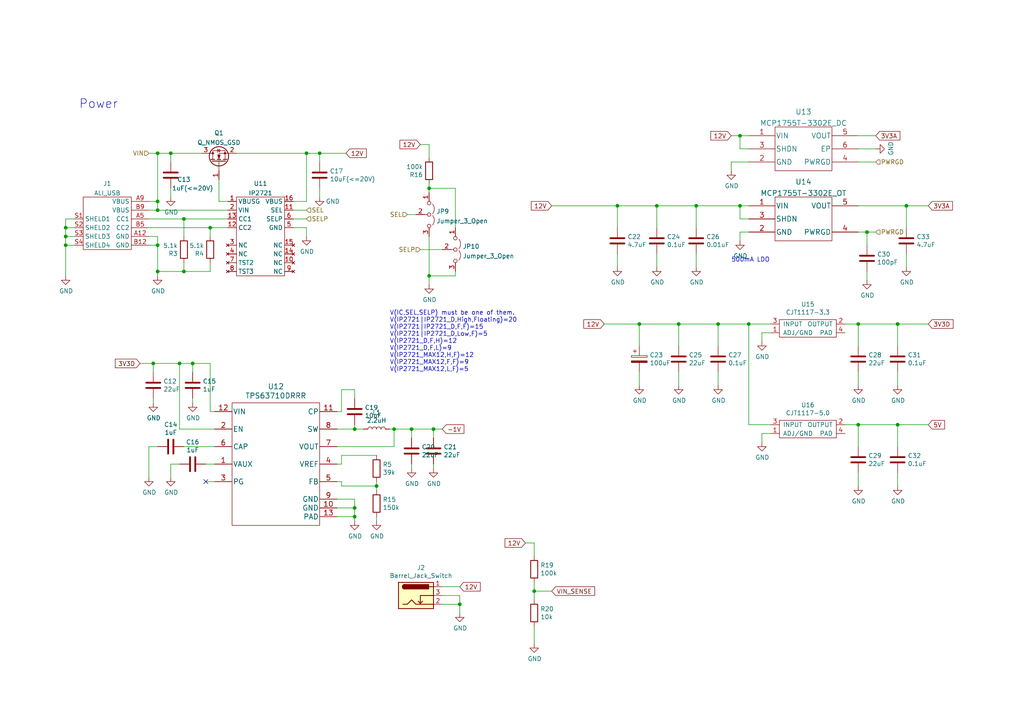
<source format=kicad_sch>
(kicad_sch (version 20211123) (generator eeschema)
  (paper "A4")
  (lib_symbols
    (symbol "Connector:Barrel_Jack_Switch" (pin_names hide)
      (property "Reference" "J" (at 0 5.334 0))
      (property "Value" "Barrel_Jack_Switch" (at 0 -5.08 0))
      (symbol "Barrel_Jack_Switch_0_1"
        (rectangle (start -5.08 3.81) (end 5.08 -3.81) (stroke (width 0.254)) (fill (type background)))
        (arc (start -3.302 3.175) (mid -3.937 2.54) (end -3.302 1.905) (stroke (width 0.254)))
        (arc (start -3.302 3.175) (mid -3.937 2.54) (end -3.302 1.905) (stroke (width 0.254)) (fill (type outline)))
        (polyline (pts (xy 1.27 -2.286) (xy 1.905 -1.651)) (stroke (width 0.254)))
        (polyline (pts (xy 5.08 2.54) (xy 3.81 2.54)) (stroke (width 0.254)))
        (polyline (pts (xy 5.08 0) (xy 1.27 0) (xy 1.27 -2.286) (xy 0.635 -1.651)) (stroke (width 0.254)))
        (polyline (pts (xy -3.81 -2.54) (xy -2.54 -2.54) (xy -1.27 -1.27) (xy 0 -2.54) (xy 2.54 -2.54) (xy 5.08 -2.54)) (stroke (width 0.254)))
        (rectangle (start 3.683 3.175) (end -3.302 1.905) (stroke (width 0.254)) (fill (type outline)))
      )
      (symbol "Barrel_Jack_Switch_1_1"
        (pin passive line (at 7.62 2.54 180) (length 2.54) (name "~") (number "1"))
        (pin passive line (at 7.62 -2.54 180) (length 2.54) (name "~") (number "2"))
        (pin passive line (at 7.62 0 180) (length 2.54) (name "~") (number "3"))
      )
    )
    (symbol "Device:C" (pin_numbers hide) (pin_names (offset 0.254))
      (property "Reference" "C" (at 0.635 2.54 0))
      (property "Value" "C" (at 0.635 -2.54 0))
      (symbol "C_0_1"
        (polyline (pts (xy -2.032 -0.762) (xy 2.032 -0.762)) (stroke (width 0.508)))
        (polyline (pts (xy -2.032 0.762) (xy 2.032 0.762)) (stroke (width 0.508)))
      )
      (symbol "C_1_1"
        (pin passive line (at 0 3.81 270) (length 2.794) (name "~") (number "1"))
        (pin passive line (at 0 -3.81 90) (length 2.794) (name "~") (number "2"))
      )
    )
    (symbol "Device:CP" (pin_numbers hide) (pin_names (offset 0.254))
      (property "Reference" "C" (at 0.635 2.54 0))
      (property "Value" "Device_CP" (at 0.635 -2.54 0))
      (symbol "CP_0_1"
        (rectangle (start -2.286 0.508) (end 2.286 1.016))
        (polyline (pts (xy -1.778 2.286) (xy -0.762 2.286)))
        (polyline (pts (xy -1.27 2.794) (xy -1.27 1.778)))
        (rectangle (start 2.286 -0.508) (end -2.286 -1.016) (fill (type outline)))
      )
      (symbol "CP_1_1"
        (pin passive line (at 0 3.81 270) (length 2.794) (name "~") (number "1"))
        (pin passive line (at 0 -3.81 90) (length 2.794) (name "~") (number "2"))
      )
    )
    (symbol "Device:L" (pin_numbers hide) (pin_names (offset 1.016) hide)
      (property "Reference" "L" (at -1.27 0 90))
      (property "Value" "L" (at 1.905 0 90))
      (symbol "L_0_1"
        (arc (start 0 -2.54) (mid 0.635 -1.905) (end 0 -1.27))
        (arc (start 0 -1.27) (mid 0.635 -0.635) (end 0 0))
        (arc (start 0 0) (mid 0.635 0.635) (end 0 1.27))
        (arc (start 0 1.27) (mid 0.635 1.905) (end 0 2.54))
      )
      (symbol "L_1_1"
        (pin passive line (at 0 3.81 270) (length 1.27) (name "1") (number "1"))
        (pin passive line (at 0 -3.81 90) (length 1.27) (name "2") (number "2"))
      )
    )
    (symbol "Device:Q_NMOS_GSD" (pin_names (offset 0) hide)
      (property "Reference" "Q" (at 5.08 1.27 0))
      (property "Value" "Q_NMOS_GSD" (at 5.08 -1.27 0))
      (symbol "Q_NMOS_GSD_0_1"
        (polyline (pts (xy 0.254 0) (xy -2.54 0)))
        (polyline (pts (xy 0.254 1.905) (xy 0.254 -1.905)) (stroke (width 0.254)))
        (polyline (pts (xy 0.762 -1.27) (xy 0.762 -2.286)) (stroke (width 0.254)))
        (polyline (pts (xy 0.762 0.508) (xy 0.762 -0.508)) (stroke (width 0.254)))
        (polyline (pts (xy 0.762 2.286) (xy 0.762 1.27)) (stroke (width 0.254)))
        (polyline (pts (xy 2.54 2.54) (xy 2.54 1.778)))
        (polyline (pts (xy 2.54 -2.54) (xy 2.54 0) (xy 0.762 0)))
        (polyline (pts (xy 0.762 -1.778) (xy 3.302 -1.778) (xy 3.302 1.778) (xy 0.762 1.778)))
        (polyline (pts (xy 1.016 0) (xy 2.032 0.381) (xy 2.032 -0.381) (xy 1.016 0)) (fill (type outline)))
        (polyline (pts (xy 2.794 0.508) (xy 2.921 0.381) (xy 3.683 0.381) (xy 3.81 0.254)))
        (polyline (pts (xy 3.302 0.381) (xy 2.921 -0.254) (xy 3.683 -0.254) (xy 3.302 0.381)))
        (circle (center 1.651 0) (radius 2.794) (stroke (width 0.254)))
        (circle (center 2.54 -1.778) (radius 0.254) (fill (type outline)))
        (circle (center 2.54 1.778) (radius 0.254) (fill (type outline)))
      )
      (symbol "Q_NMOS_GSD_1_1"
        (pin input line (at -5.08 0 0) (length 2.54) (name "G") (number "1"))
        (pin passive line (at 2.54 -5.08 90) (length 2.54) (name "S") (number "2"))
        (pin passive line (at 2.54 5.08 270) (length 2.54) (name "D") (number "3"))
      )
    )
    (symbol "Device:R" (pin_numbers hide) (pin_names (offset 0))
      (property "Reference" "R" (at 2.032 0 90))
      (property "Value" "R" (at 0 0 90))
      (symbol "R_0_1"
        (rectangle (start -1.016 -2.54) (end 1.016 2.54) (stroke (width 0.254)))
      )
      (symbol "R_1_1"
        (pin passive line (at 0 3.81 270) (length 1.27) (name "~") (number "1"))
        (pin passive line (at 0 -3.81 90) (length 1.27) (name "~") (number "2"))
      )
    )
    (symbol "Jumper:Jumper_3_Open" (pin_names (offset 0) hide)
      (property "Reference" "JP" (at -2.54 -2.54 0))
      (property "Value" "Jumper_3_Open" (at 0 2.794 0))
      (symbol "Jumper_3_Open_0_0"
        (circle (center -3.302 0) (radius 0.508))
        (circle (center 0 0) (radius 0.508))
        (circle (center 3.302 0) (radius 0.508))
      )
      (symbol "Jumper_3_Open_0_1"
        (arc (start -0.254 1.016) (mid -1.651 1.4992) (end -3.048 1.016))
        (polyline (pts (xy 0 -0.508) (xy 0 -1.27)))
        (arc (start 3.048 1.016) (mid 1.651 1.4992) (end 0.254 1.016))
      )
      (symbol "Jumper_3_Open_1_1"
        (pin passive line (at -6.35 0 0) (length 2.54) (name "A") (number "1"))
        (pin input line (at 0 -3.81 90) (length 2.54) (name "C") (number "2"))
        (pin passive line (at 6.35 0 180) (length 2.54) (name "B") (number "3"))
      )
    )
    (symbol "Ninja-qPCR:ALI_USB"
      (property "Reference" "J" (at -7.62 2.54 0))
      (property "Value" "ALI_USB" (at -6.35 -15.24 0))
      (symbol "ALI_USB_0_1"
        (rectangle (start 0 1.27) (end -13.97 -13.97) (stroke (width 0.1524)))
      )
      (symbol "ALI_USB_1_1"
        (pin input line (at 5.08 -10.16 180) (length 5.08) (name "GND") (number "A12"))
        (pin input line (at 5.08 -5.08 180) (length 5.08) (name "CC1") (number "A5"))
        (pin input line (at 5.08 0 180) (length 5.08) (name "VBUS") (number "A9"))
        (pin input line (at 5.08 -12.7 180) (length 5.08) (name "GND") (number "B12"))
        (pin input line (at 5.08 -7.62 180) (length 5.08) (name "CC2") (number "B5"))
        (pin input line (at 5.08 -2.54 180) (length 5.08) (name "VBUS") (number "B9"))
        (pin input line (at -16.51 -5.08 0) (length 2.54) (name "SHELD1") (number "S1"))
        (pin input line (at -16.51 -7.62 0) (length 2.54) (name "SHELD2") (number "S2"))
        (pin input line (at -16.51 -10.16 0) (length 2.54) (name "SHELD3") (number "S3"))
        (pin input line (at -16.51 -12.7 0) (length 2.54) (name "SHELD4") (number "S4"))
      )
    )
    (symbol "Ninja-qPCR:CJT1117-3.3" (pin_names (offset 1.016))
      (property "Reference" "U" (at 0 1.27 0))
      (property "Value" "Ninja-qPCR_CJT1117-3.3" (at 0 -6.35 0))
      (symbol "CJT1117-3.3_0_1"
        (rectangle (start -7.62 0) (end 8.89 -5.08))
      )
      (symbol "CJT1117-3.3_1_1"
        (pin passive line (at -10.16 -3.81 0) (length 2.54) (name "ADJ/GND") (number "1"))
        (pin output line (at 11.43 -1.27 180) (length 2.54) (name "OUTPUT") (number "2"))
        (pin input line (at -10.16 -1.27 0) (length 2.54) (name "INPUT") (number "3"))
        (pin output line (at 11.43 -3.81 180) (length 2.54) (name "PAD") (number "4"))
      )
    )
    (symbol "Ninja-qPCR:IP2721"
      (property "Reference" "U" (at 0 2.54 0))
      (property "Value" "IP2721" (at 0 -22.86 0))
      (symbol "IP2721_0_1"
        (rectangle (start -7.62 1.27) (end 6.35 -21.59) (stroke (width 0.1524)))
      )
      (symbol "IP2721_1_1"
        (pin output line (at -10.16 0 0) (length 2.54) (name "VBUSG") (number "1"))
        (pin no_connect line (at 8.89 -17.78 180) (length 2.54) (name "NC") (number "10"))
        (pin input line (at 8.89 -2.54 180) (length 2.54) (name "SEL") (number "11"))
        (pin input line (at -10.16 -7.62 0) (length 2.54) (name "CC2") (number "12"))
        (pin input line (at -10.16 -5.08 0) (length 2.54) (name "CC1") (number "13"))
        (pin no_connect line (at 8.89 -15.24 180) (length 2.54) (name "NC") (number "14"))
        (pin no_connect line (at 8.89 -12.7 180) (length 2.54) (name "NC") (number "15"))
        (pin input line (at 8.89 0 180) (length 2.54) (name "VBUS") (number "16"))
        (pin power_in line (at -10.16 -2.54 0) (length 2.54) (name "VIN") (number "2"))
        (pin no_connect line (at -10.16 -12.7 0) (length 2.54) (name "NC") (number "3"))
        (pin no_connect line (at -10.16 -15.24 0) (length 2.54) (name "NC") (number "4"))
        (pin power_out line (at 8.89 -7.62 180) (length 2.54) (name "GND") (number "5"))
        (pin input line (at 8.89 -5.08 180) (length 2.54) (name "SELP") (number "6"))
        (pin no_connect line (at -10.16 -17.78 0) (length 2.54) (name "TST2") (number "7"))
        (pin no_connect line (at -10.16 -20.32 0) (length 2.54) (name "TST3") (number "8"))
        (pin no_connect line (at 8.89 -20.32 180) (length 2.54) (name "NC") (number "9"))
      )
    )
    (symbol "Ninja-qPCR:MCP1755T-3302E_DC" (pin_names (offset 0.254))
      (property "Reference" "U" (at 16.51 8.89 0))
      (property "Value" "MCP1755T-3302E_DC" (at 16.51 6.35 0))
      (symbol "MCP1755T-3302E_DC_1_1"
        (rectangle (start 7.62 2.54) (end 24.13 -10.16))
        (pin power_in line (at 0 0 0) (length 7.62) (name "VIN") (number "1"))
        (pin power_in line (at 0 -7.62 0) (length 7.62) (name "GND") (number "2"))
        (pin input line (at 0 -3.81 0) (length 7.62) (name "SHDN") (number "3"))
        (pin output line (at 31.75 -7.62 180) (length 7.62) (name "PWRGD") (number "4"))
        (pin output line (at 31.75 0 180) (length 7.62) (name "VOUT") (number "5"))
        (pin output line (at 31.75 -3.81 180) (length 7.62) (name "EP") (number "6"))
      )
    )
    (symbol "Ninja-qPCR:MCP1755T-3302E_OT" (pin_names (offset 0.254))
      (property "Reference" "U" (at 16.51 8.89 0))
      (property "Value" "MCP1755T-3302E_OT" (at 16.51 6.35 0))
      (symbol "MCP1755T-3302E_OT_1_1"
        (rectangle (start 7.62 2.54) (end 24.13 -10.16))
        (pin power_in line (at 0 0 0) (length 7.62) (name "VIN") (number "1"))
        (pin power_in line (at 0 -7.62 0) (length 7.62) (name "GND") (number "2"))
        (pin input line (at 0 -3.81 0) (length 7.62) (name "SHDN") (number "3"))
        (pin output line (at 31.75 -7.62 180) (length 7.62) (name "PWRGD") (number "4"))
        (pin output line (at 31.75 0 180) (length 7.62) (name "VOUT") (number "5"))
      )
    )
    (symbol "Ninja-qPCR:TPS63710DRRR" (pin_names (offset 0.254))
      (property "Reference" "U" (at 0 13.97 0))
      (property "Value" "Ninja-qPCR_TPS63710DRRR" (at 0 -24.13 0))
      (symbol "TPS63710DRRR_1_1"
        (rectangle (start -12.7 12.7) (end 12.7 -22.86))
        (pin input line (at -17.78 -5.08 0) (length 5.08) (name "VAUX") (number "1"))
        (pin power_in line (at 17.78 -17.78 180) (length 5.08) (name "GND") (number "10"))
        (pin unspecified line (at 17.78 10.16 180) (length 5.08) (name "CP") (number "11"))
        (pin power_in line (at -17.78 10.16 0) (length 5.08) (name "VIN") (number "12"))
        (pin power_in line (at 17.78 -20.32 180) (length 5.08) (name "PAD") (number "13"))
        (pin input line (at -17.78 5.08 0) (length 5.08) (name "EN") (number "2"))
        (pin open_collector line (at -17.78 -10.16 0) (length 5.08) (name "PG") (number "3"))
        (pin output line (at 17.78 -5.08 180) (length 5.08) (name "VREF") (number "4"))
        (pin input line (at 17.78 -10.16 180) (length 5.08) (name "FB") (number "5"))
        (pin unspecified line (at -17.78 0 0) (length 5.08) (name "CAP") (number "6"))
        (pin input line (at 17.78 0 180) (length 5.08) (name "VOUT") (number "7"))
        (pin power_in line (at 17.78 5.08 180) (length 5.08) (name "SW") (number "8"))
        (pin power_in line (at 17.78 -15.24 180) (length 5.08) (name "GND") (number "9"))
      )
    )
    (symbol "power:GND" (power) (pin_names (offset 0))
      (property "Value" "GND" (at 0 -3.81 0))
      (symbol "GND_0_1"
        (polyline (pts (xy 0 0) (xy 0 -1.27) (xy 1.27 -1.27) (xy 0 -2.54) (xy -1.27 -1.27) (xy 0 -1.27)))
      )
      (symbol "GND_1_1"
        (pin power_in line (at 0 0 270) (length 0) hide (name "GND") (number "1"))
      )
    )
  )
  (junction (at 114.3 124.46))
  (junction (at 53.34 63.5))
  (junction (at 102.87 147.32))
  (junction (at 19.05 66.04))
  (junction (at 102.87 149.86))
  (junction (at 109.22 140.97))
  (junction (at 45.72 58.42))
  (junction (at 260.35 93.98))
  (junction (at 196.85 93.98))
  (junction (at 92.71 44.45))
  (junction (at 248.92 93.98))
  (junction (at 45.72 60.96))
  (junction (at 44.45 105.41))
  (junction (at 185.42 93.98))
  (junction (at 260.35 123.19))
  (junction (at 49.53 44.45))
  (junction (at 125.73 124.46))
  (junction (at 201.93 59.69))
  (junction (at 52.07 105.41))
  (junction (at 262.89 59.69))
  (junction (at 124.46 54.61))
  (junction (at 88.9 44.45))
  (junction (at 133.35 175.26))
  (junction (at 214.63 39.37))
  (junction (at 55.88 105.41))
  (junction (at 45.72 78.74))
  (junction (at 208.28 93.98))
  (junction (at 102.87 124.46))
  (junction (at 190.5 59.69))
  (junction (at 119.38 124.46))
  (junction (at 60.96 66.04))
  (junction (at 124.46 80.01))
  (junction (at 19.05 71.12))
  (junction (at 248.92 123.19))
  (junction (at 214.63 59.69))
  (junction (at 154.94 171.45))
  (junction (at 19.05 68.58))
  (junction (at 217.17 93.98))
  (junction (at 45.72 71.12))
  (junction (at 45.72 44.45))
  (junction (at 251.46 67.31))
  (junction (at 179.07 59.69))
  (junction (at 53.34 78.74))
  (no_connect (at 59.69 139.7))
  (wire (pts (xy 66.04 58.42) (xy 63.5 58.42)))
  (wire (pts (xy 118.11 62.23) (xy 120.65 62.23)))
  (wire (pts (xy 248.92 39.37) (xy 254 39.37)))
  (wire (pts (xy 179.07 59.69) (xy 179.07 66.04)))
  (wire (pts (xy 248.92 43.18) (xy 254 43.18)))
  (wire (pts (xy 190.5 73.66) (xy 190.5 77.47)))
  (wire (pts (xy 44.45 116.84) (xy 44.45 115.57)))
  (wire (pts (xy 125.73 124.46) (xy 128.27 124.46)))
  (wire (pts (xy 132.08 54.61) (xy 132.08 66.04)))
  (wire (pts (xy 248.92 123.19) (xy 245.11 123.19)))
  (wire (pts (xy 59.69 139.7) (xy 62.23 139.7)))
  (wire (pts (xy 97.79 119.38) (xy 99.06 119.38)))
  (wire (pts (xy 45.72 78.74) (xy 45.72 80.01)))
  (wire (pts (xy 49.53 54.61) (xy 49.53 57.15)))
  (wire (pts (xy 154.94 157.48) (xy 154.94 161.29)))
  (wire (pts (xy 62.23 119.38) (xy 60.96 119.38)))
  (wire (pts (xy 45.72 68.58) (xy 45.72 71.12)))
  (wire (pts (xy 114.3 124.46) (xy 119.38 124.46)))
  (wire (pts (xy 217.17 43.18) (xy 214.63 43.18)))
  (wire (pts (xy 260.35 107.95) (xy 260.35 111.76)))
  (wire (pts (xy 152.4 157.48) (xy 154.94 157.48)))
  (wire (pts (xy 85.09 66.04) (xy 88.9 66.04)))
  (wire (pts (xy 88.9 66.04) (xy 88.9 68.58)))
  (wire (pts (xy 45.72 71.12) (xy 45.72 78.74)))
  (wire (pts (xy 105.41 124.46) (xy 102.87 124.46)))
  (wire (pts (xy 201.93 73.66) (xy 201.93 77.47)))
  (wire (pts (xy 119.38 127) (xy 119.38 124.46)))
  (wire (pts (xy 190.5 59.69) (xy 201.93 59.69)))
  (wire (pts (xy 248.92 46.99) (xy 254 46.99)))
  (wire (pts (xy 251.46 67.31) (xy 254 67.31)))
  (wire (pts (xy 52.07 124.46) (xy 52.07 105.41)))
  (wire (pts (xy 217.17 63.5) (xy 214.63 63.5)))
  (wire (pts (xy 214.63 39.37) (xy 214.63 43.18)))
  (wire (pts (xy 102.87 124.46) (xy 97.79 124.46)))
  (wire (pts (xy 68.58 44.45) (xy 88.9 44.45)))
  (wire (pts (xy 185.42 93.98) (xy 185.42 100.33)))
  (wire (pts (xy 19.05 66.04) (xy 19.05 68.58)))
  (wire (pts (xy 220.98 125.73) (xy 220.98 128.27)))
  (wire (pts (xy 124.46 68.58) (xy 124.46 80.01)))
  (wire (pts (xy 217.17 67.31) (xy 214.63 67.31)))
  (wire (pts (xy 248.92 93.98) (xy 245.11 93.98)))
  (wire (pts (xy 260.35 137.16) (xy 260.35 140.97)))
  (wire (pts (xy 109.22 132.08) (xy 99.06 132.08)))
  (wire (pts (xy 45.72 60.96) (xy 66.04 60.96)))
  (wire (pts (xy 99.06 139.7) (xy 99.06 140.97)))
  (wire (pts (xy 119.38 135.89) (xy 119.38 134.62)))
  (wire (pts (xy 196.85 93.98) (xy 208.28 93.98)))
  (wire (pts (xy 214.63 39.37) (xy 217.17 39.37)))
  (wire (pts (xy 102.87 147.32) (xy 102.87 144.78)))
  (wire (pts (xy 125.73 135.89) (xy 125.73 134.62)))
  (wire (pts (xy 99.06 113.03) (xy 102.87 113.03)))
  (wire (pts (xy 43.18 129.54) (xy 45.72 129.54)))
  (wire (pts (xy 55.88 105.41) (xy 52.07 105.41)))
  (wire (pts (xy 124.46 54.61) (xy 124.46 55.88)))
  (wire (pts (xy 97.79 139.7) (xy 99.06 139.7)))
  (wire (pts (xy 124.46 53.34) (xy 124.46 54.61)))
  (wire (pts (xy 85.09 60.96) (xy 88.9 60.96)))
  (wire (pts (xy 214.63 67.31) (xy 214.63 69.85)))
  (wire (pts (xy 251.46 67.31) (xy 251.46 71.12)))
  (wire (pts (xy 43.18 71.12) (xy 45.72 71.12)))
  (wire (pts (xy 60.96 76.2) (xy 60.96 78.74)))
  (wire (pts (xy 217.17 46.99) (xy 212.09 46.99)))
  (wire (pts (xy 60.96 105.41) (xy 55.88 105.41)))
  (wire (pts (xy 53.34 76.2) (xy 53.34 78.74)))
  (wire (pts (xy 208.28 93.98) (xy 217.17 93.98)))
  (wire (pts (xy 99.06 132.08) (xy 99.06 134.62)))
  (wire (pts (xy 248.92 67.31) (xy 251.46 67.31)))
  (wire (pts (xy 53.34 78.74) (xy 60.96 78.74)))
  (wire (pts (xy 262.89 73.66) (xy 262.89 77.47)))
  (wire (pts (xy 113.03 124.46) (xy 114.3 124.46)))
  (wire (pts (xy 102.87 123.19) (xy 102.87 124.46)))
  (wire (pts (xy 128.27 170.18) (xy 133.35 170.18)))
  (wire (pts (xy 160.02 59.69) (xy 179.07 59.69)))
  (wire (pts (xy 19.05 68.58) (xy 21.59 68.58)))
  (wire (pts (xy 154.94 171.45) (xy 160.02 171.45)))
  (wire (pts (xy 114.3 124.46) (xy 114.3 129.54)))
  (wire (pts (xy 248.92 107.95) (xy 248.92 111.76)))
  (wire (pts (xy 154.94 171.45) (xy 154.94 173.99)))
  (wire (pts (xy 109.22 151.13) (xy 109.22 149.86)))
  (wire (pts (xy 45.72 58.42) (xy 45.72 44.45)))
  (wire (pts (xy 85.09 63.5) (xy 88.9 63.5)))
  (wire (pts (xy 217.17 93.98) (xy 217.17 123.19)))
  (wire (pts (xy 43.18 58.42) (xy 45.72 58.42)))
  (wire (pts (xy 269.24 59.69) (xy 262.89 59.69)))
  (wire (pts (xy 99.06 140.97) (xy 109.22 140.97)))
  (wire (pts (xy 133.35 172.72) (xy 133.35 175.26)))
  (wire (pts (xy 60.96 66.04) (xy 66.04 66.04)))
  (wire (pts (xy 179.07 73.66) (xy 179.07 77.47)))
  (wire (pts (xy 185.42 93.98) (xy 196.85 93.98)))
  (wire (pts (xy 62.23 134.62) (xy 59.69 134.62)))
  (wire (pts (xy 132.08 78.74) (xy 132.08 80.01)))
  (wire (pts (xy 99.06 134.62) (xy 97.79 134.62)))
  (wire (pts (xy 109.22 140.97) (xy 109.22 142.24)))
  (wire (pts (xy 55.88 116.84) (xy 55.88 115.57)))
  (wire (pts (xy 217.17 59.69) (xy 214.63 59.69)))
  (wire (pts (xy 260.35 123.19) (xy 269.24 123.19)))
  (wire (pts (xy 43.18 60.96) (xy 45.72 60.96)))
  (wire (pts (xy 99.06 119.38) (xy 99.06 113.03)))
  (wire (pts (xy 260.35 123.19) (xy 248.92 123.19)))
  (wire (pts (xy 214.63 59.69) (xy 214.63 63.5)))
  (wire (pts (xy 49.53 44.45) (xy 49.53 46.99)))
  (wire (pts (xy 124.46 41.91) (xy 124.46 45.72)))
  (wire (pts (xy 45.72 78.74) (xy 53.34 78.74)))
  (wire (pts (xy 223.52 96.52) (xy 220.98 96.52)))
  (wire (pts (xy 260.35 93.98) (xy 260.35 100.33)))
  (wire (pts (xy 53.34 63.5) (xy 53.34 68.58)))
  (wire (pts (xy 248.92 93.98) (xy 248.92 100.33)))
  (wire (pts (xy 262.89 59.69) (xy 262.89 66.04)))
  (wire (pts (xy 248.92 123.19) (xy 248.92 129.54)))
  (wire (pts (xy 19.05 63.5) (xy 19.05 66.04)))
  (wire (pts (xy 190.5 59.69) (xy 190.5 66.04)))
  (wire (pts (xy 60.96 66.04) (xy 60.96 68.58)))
  (wire (pts (xy 260.35 123.19) (xy 260.35 129.54)))
  (wire (pts (xy 121.92 72.39) (xy 128.27 72.39)))
  (wire (pts (xy 55.88 107.95) (xy 55.88 105.41)))
  (wire (pts (xy 260.35 93.98) (xy 248.92 93.98)))
  (wire (pts (xy 88.9 44.45) (xy 92.71 44.45)))
  (wire (pts (xy 43.18 68.58) (xy 45.72 68.58)))
  (wire (pts (xy 248.92 59.69) (xy 262.89 59.69)))
  (wire (pts (xy 212.09 39.37) (xy 214.63 39.37)))
  (wire (pts (xy 43.18 138.43) (xy 43.18 129.54)))
  (wire (pts (xy 92.71 54.61) (xy 92.71 57.15)))
  (wire (pts (xy 201.93 59.69) (xy 214.63 59.69)))
  (wire (pts (xy 102.87 151.13) (xy 102.87 149.86)))
  (wire (pts (xy 201.93 59.69) (xy 201.93 66.04)))
  (wire (pts (xy 260.35 93.98) (xy 269.24 93.98)))
  (wire (pts (xy 109.22 139.7) (xy 109.22 140.97)))
  (wire (pts (xy 125.73 127) (xy 125.73 124.46)))
  (wire (pts (xy 88.9 44.45) (xy 88.9 58.42)))
  (wire (pts (xy 196.85 93.98) (xy 196.85 100.33)))
  (wire (pts (xy 49.53 134.62) (xy 49.53 138.43)))
  (wire (pts (xy 119.38 124.46) (xy 125.73 124.46)))
  (wire (pts (xy 251.46 78.74) (xy 251.46 81.28)))
  (wire (pts (xy 53.34 63.5) (xy 66.04 63.5)))
  (wire (pts (xy 43.18 63.5) (xy 53.34 63.5)))
  (wire (pts (xy 179.07 59.69) (xy 190.5 59.69)))
  (wire (pts (xy 124.46 80.01) (xy 124.46 82.55)))
  (wire (pts (xy 121.92 41.91) (xy 124.46 41.91)))
  (wire (pts (xy 114.3 129.54) (xy 97.79 129.54)))
  (wire (pts (xy 223.52 125.73) (xy 220.98 125.73)))
  (wire (pts (xy 45.72 60.96) (xy 45.72 58.42)))
  (wire (pts (xy 208.28 107.95) (xy 208.28 111.76)))
  (wire (pts (xy 102.87 149.86) (xy 102.87 147.32)))
  (wire (pts (xy 220.98 96.52) (xy 220.98 99.06)))
  (wire (pts (xy 43.18 66.04) (xy 60.96 66.04)))
  (wire (pts (xy 49.53 44.45) (xy 58.42 44.45)))
  (wire (pts (xy 19.05 71.12) (xy 21.59 71.12)))
  (wire (pts (xy 43.18 44.45) (xy 45.72 44.45)))
  (wire (pts (xy 223.52 93.98) (xy 217.17 93.98)))
  (wire (pts (xy 208.28 93.98) (xy 208.28 100.33)))
  (wire (pts (xy 128.27 175.26) (xy 133.35 175.26)))
  (wire (pts (xy 102.87 144.78) (xy 97.79 144.78)))
  (wire (pts (xy 185.42 107.95) (xy 185.42 111.76)))
  (wire (pts (xy 124.46 54.61) (xy 132.08 54.61)))
  (wire (pts (xy 40.64 105.41) (xy 44.45 105.41)))
  (wire (pts (xy 21.59 63.5) (xy 19.05 63.5)))
  (wire (pts (xy 102.87 113.03) (xy 102.87 115.57)))
  (wire (pts (xy 60.96 119.38) (xy 60.96 105.41)))
  (wire (pts (xy 19.05 68.58) (xy 19.05 71.12)))
  (wire (pts (xy 175.26 93.98) (xy 185.42 93.98)))
  (wire (pts (xy 44.45 107.95) (xy 44.45 105.41)))
  (wire (pts (xy 52.07 134.62) (xy 49.53 134.62)))
  (wire (pts (xy 19.05 71.12) (xy 19.05 80.01)))
  (wire (pts (xy 196.85 107.95) (xy 196.85 111.76)))
  (wire (pts (xy 19.05 66.04) (xy 21.59 66.04)))
  (wire (pts (xy 97.79 149.86) (xy 102.87 149.86)))
  (wire (pts (xy 154.94 168.91) (xy 154.94 171.45)))
  (wire (pts (xy 97.79 147.32) (xy 102.87 147.32)))
  (wire (pts (xy 92.71 44.45) (xy 100.33 44.45)))
  (wire (pts (xy 45.72 44.45) (xy 49.53 44.45)))
  (wire (pts (xy 217.17 123.19) (xy 223.52 123.19)))
  (wire (pts (xy 53.34 129.54) (xy 62.23 129.54)))
  (wire (pts (xy 212.09 46.99) (xy 212.09 49.53)))
  (wire (pts (xy 52.07 105.41) (xy 44.45 105.41)))
  (wire (pts (xy 133.35 177.8) (xy 133.35 175.26)))
  (wire (pts (xy 128.27 172.72) (xy 133.35 172.72)))
  (wire (pts (xy 154.94 181.61) (xy 154.94 186.69)))
  (wire (pts (xy 63.5 58.42) (xy 63.5 52.07)))
  (wire (pts (xy 85.09 58.42) (xy 88.9 58.42)))
  (wire (pts (xy 62.23 124.46) (xy 52.07 124.46)))
  (wire (pts (xy 132.08 80.01) (xy 124.46 80.01)))
  (wire (pts (xy 92.71 44.45) (xy 92.71 46.99)))
  (wire (pts (xy 248.92 137.16) (xy 248.92 140.97)))
  (text "V(IC,SEL,SELP) must be one of them.\nV(IP2721|IP2721_D,High,Floating)=20\nV(IP2721|IP2721_D,F,F)=15\nV(IP2721|IP2721_D,Low,F)=5\nV(IP2721_D,F,H)=12\nV(IP2721_D,F,L)=9\nV(IP2721_MAX12,H,F)=12\nV(IP2721_MAX12,F,F)=9\nV(IP2721_MAX12,L,F)=5" (at 113.03 107.95 0) (effects (font (size 1.27 1.27)) (justify left bottom)))
  (text "Power" (at 22.86 31.75 0) (effects (font (size 2.54 2.54)) (justify left bottom)))
  (text "500mA LDO" (at 212.09 76.2 0) (effects (font (size 1.27 1.27)) (justify left bottom)))
  (global_label "3V3D" (shape input) (at 269.24 93.98 0) (property "Intersheet References" "${INTERSHEET_REFS}" (effects hide)))
  (global_label "-1V" (shape input) (at 128.27 124.46 0) (property "Intersheet References" "${INTERSHEET_REFS}" (effects hide)))
  (global_label "3V3D" (shape input) (at 40.64 105.41 180) (property "Intersheet References" "${INTERSHEET_REFS}" (effects hide)))
  (global_label "12V" (shape input) (at 100.33 44.45 0) (property "Intersheet References" "${INTERSHEET_REFS}" (effects hide)))
  (global_label "12V" (shape input) (at 212.09 39.37 180) (property "Intersheet References" "${INTERSHEET_REFS}" (effects hide)))
  (global_label "12V" (shape input) (at 152.4 157.48 180) (property "Intersheet References" "${INTERSHEET_REFS}" (effects hide)))
  (global_label "3V3A" (shape input) (at 254 39.37 0) (property "Intersheet References" "${INTERSHEET_REFS}" (effects hide)))
  (global_label "5V" (shape input) (at 269.24 123.19 0) (property "Intersheet References" "${INTERSHEET_REFS}" (effects hide)))
  (global_label "12V" (shape input) (at 133.35 170.18 0) (property "Intersheet References" "${INTERSHEET_REFS}" (effects hide)))
  (global_label "12V" (shape input) (at 175.26 93.98 180) (property "Intersheet References" "${INTERSHEET_REFS}" (effects hide)))
  (global_label "VIN_SENSE" (shape input) (at 160.02 171.45 0) (property "Intersheet References" "${INTERSHEET_REFS}" (effects hide)))
  (global_label "12V" (shape input) (at 160.02 59.69 180) (property "Intersheet References" "${INTERSHEET_REFS}" (effects hide)))
  (global_label "3V3A" (shape input) (at 269.24 59.69 0) (property "Intersheet References" "${INTERSHEET_REFS}" (effects hide)))
  (global_label "12V" (shape input) (at 121.92 41.91 180) (property "Intersheet References" "${INTERSHEET_REFS}" (effects hide)))
  (hierarchical_label "VIN" (shape input) (at 43.18 44.45 180))
  (hierarchical_label "SELP" (shape input) (at 88.9 63.5 0))
  (hierarchical_label "PWRGD" (shape input) (at 254 46.99 0))
  (hierarchical_label "SEL" (shape input) (at 88.9 60.96 0))
  (hierarchical_label "SEL" (shape input) (at 118.11 62.23 180))
  (hierarchical_label "PWRGD" (shape input) (at 254 67.31 0))
  (hierarchical_label "SELP" (shape input) (at 121.92 72.39 180))
  (symbol (lib_id "power:GND") (at 179.07 77.47 0) (unit 1)
    (property "Reference" "#PWR0122" (effects hide))
    (property "Value" "GND" (at 179.197 81.8642 0))
  )
  (symbol (lib_id "power:GND") (at 124.46 82.55 0) (unit 1)
    (property "Reference" "#PWR0131" (effects hide))
    (property "Value" "GND" (at 124.587 86.9442 0))
  )
  (symbol (lib_id "power:GND") (at 196.85 111.76 0) (unit 1)
    (property "Reference" "#PWR0136" (effects hide))
    (property "Value" "GND" (at 196.977 116.1542 0))
  )
  (symbol (lib_id "power:GND") (at 119.38 135.89 0) (unit 1)
    (property "Reference" "#PWR0106" (effects hide))
    (property "Value" "GND" (at 119.507 140.2842 0))
  )
  (symbol (lib_id "Device:C") (at 44.45 111.76 0) (unit 1)
    (property "Reference" "C12" (at 47.371 110.5916 0) (effects (justify left)))
    (property "Value" "22uF" (at 47.371 112.903 0) (effects (justify left)))
    (property "Footprint" "Capacitor_SMD:C_1210_3225Metric" (effects hide))
  )
  (symbol (lib_id "Device:R") (at 109.22 135.89 0) (unit 1)
    (property "Reference" "R5" (at 110.998 134.7216 0) (effects (justify left)))
    (property "Value" "39k" (at 110.998 137.033 0) (effects (justify left)))
    (property "Footprint" "Resistor_SMD:R_0603_1608Metric" (effects hide))
  )
  (symbol (lib_id "Device:C") (at 190.5 69.85 0) (unit 1)
    (property "Reference" "C24" (at 193.421 68.6816 0) (effects (justify left)))
    (property "Value" "0.1uF" (at 193.421 70.993 0) (effects (justify left)))
    (property "Footprint" "Capacitor_SMD:C_0603_1608Metric" (effects hide))
  )
  (symbol (lib_id "power:GND") (at 262.89 77.47 0) (unit 1)
    (property "Reference" "#PWR0128" (effects hide))
    (property "Value" "GND" (at 263.017 81.8642 0))
  )
  (symbol (lib_id "power:GND") (at 248.92 111.76 0) (unit 1)
    (property "Reference" "#PWR0123" (effects hide))
    (property "Value" "GND" (at 249.047 116.1542 0))
  )
  (symbol (lib_id "Ninja-qPCR:ALI_USB") (at 38.1 58.42 0) (unit 1)
    (property "Reference" "J1" (at 31.115 53.2343 0))
    (property "Value" "ALI_USB" (at 31.115 56.0094 0))
    (property "Footprint" "Ninja-qPCR:ALI_USB" (effects hide))
  )
  (symbol (lib_id "Device:C") (at 248.92 104.14 0) (unit 1)
    (property "Reference" "C28" (at 251.841 102.9716 0) (effects (justify left)))
    (property "Value" "22uF" (at 251.841 105.283 0) (effects (justify left)))
    (property "Footprint" "Capacitor_SMD:C_1210_3225Metric" (effects hide))
  )
  (symbol (lib_id "power:GND") (at 201.93 77.47 0) (unit 1)
    (property "Reference" "#PWR0118" (effects hide))
    (property "Value" "GND" (at 202.057 81.8642 0))
  )
  (symbol (lib_id "Device:C") (at 248.92 133.35 0) (unit 1)
    (property "Reference" "C29" (at 251.841 132.1816 0) (effects (justify left)))
    (property "Value" "22uF" (at 251.841 134.493 0) (effects (justify left)))
    (property "Footprint" "Capacitor_SMD:C_1210_3225Metric" (effects hide))
  )
  (symbol (lib_id "power:GND") (at 254 43.18 90) (unit 1)
    (property "Reference" "#PWR0127" (effects hide))
    (property "Value" "GND" (at 258.3942 43.053 0))
  )
  (symbol (lib_id "Device:C") (at 55.88 111.76 0) (unit 1)
    (property "Reference" "C15" (at 58.801 110.5916 0) (effects (justify left)))
    (property "Value" "1uF" (at 58.801 112.903 0) (effects (justify left)))
    (property "Footprint" "Capacitor_SMD:C_0603_1608Metric" (effects hide))
  )
  (symbol (lib_id "Jumper:Jumper_3_Open") (at 132.08 72.39 270) (unit 1)
    (property "Reference" "JP10" (at 134.2142 71.4815 90) (effects (justify left)))
    (property "Value" "Jumper_3_Open" (at 134.2142 74.2566 90) (effects (justify left)))
    (property "Footprint" "Jumper:SolderJumper-3_P2.0mm_Open_TrianglePad1.0x1.5mm" (effects hide))
  )
  (symbol (lib_id "Device:C") (at 49.53 50.8 0) (unit 1)
    (property "Reference" "C13" (at 53.34 52.07 0))
    (property "Value" "1uF(<=20V)" (at 55.88 54.61 0))
    (property "Footprint" "Capacitor_SMD:C_0603_1608Metric" (effects hide))
  )
  (symbol (lib_id "power:GND") (at 212.09 49.53 0) (unit 1)
    (property "Reference" "#PWR0120" (effects hide))
    (property "Value" "GND" (at 212.217 53.9242 0))
  )
  (symbol (lib_id "power:GND") (at 55.88 116.84 0) (unit 1)
    (property "Reference" "#PWR0114" (effects hide))
    (property "Value" "GND" (at 56.007 121.2342 0))
  )
  (symbol (lib_id "Device:C") (at 102.87 119.38 0) (unit 1)
    (property "Reference" "C19" (at 105.791 118.2116 0) (effects (justify left)))
    (property "Value" "10uF" (at 105.791 120.523 0) (effects (justify left)))
    (property "Footprint" "Capacitor_SMD:C_0805_2012Metric" (effects hide))
  )
  (symbol (lib_id "Device:C") (at 49.53 129.54 270) (unit 1)
    (property "Reference" "C14" (at 49.53 123.1392 90))
    (property "Value" "1uF" (at 49.53 125.4506 90))
    (property "Footprint" "Capacitor_SMD:C_0603_1608Metric" (effects hide))
  )
  (symbol (lib_id "Device:C") (at 262.89 69.85 0) (unit 1)
    (property "Reference" "C33" (at 265.811 68.6816 0) (effects (justify left)))
    (property "Value" "4.7uF" (at 265.811 70.993 0) (effects (justify left)))
    (property "Footprint" "Capacitor_SMD:C_0805_2012Metric" (effects hide))
  )
  (symbol (lib_id "Device:R") (at 109.22 146.05 0) (unit 1)
    (property "Reference" "R15" (at 110.998 144.8816 0) (effects (justify left)))
    (property "Value" "150k" (at 110.998 147.193 0) (effects (justify left)))
    (property "Footprint" "Resistor_SMD:R_0603_1608Metric" (effects hide))
  )
  (symbol (lib_id "power:GND") (at 88.9 68.58 0) (unit 1)
    (property "Reference" "#PWR0115" (effects hide))
    (property "Value" "GND" (at 89.027 72.9742 0))
  )
  (symbol (lib_id "Ninja-qPCR:MCP1755T-3302E_OT") (at 217.17 59.69 0) (unit 1)
    (property "Reference" "U14" (at 233.045 52.7461 0) (effects (font (size 1.524 1.524))))
    (property "Value" "MCP1755T-3302E_OT" (at 233.045 56.0251 0) (effects (font (size 1.524 1.524))))
    (property "Footprint" "Package_TO_SOT_SMD:SOT-23-5" (effects hide))
  )
  (symbol (lib_id "power:GND") (at 260.35 111.76 0) (unit 1)
    (property "Reference" "#PWR0124" (effects hide))
    (property "Value" "GND" (at 260.477 116.1542 0))
  )
  (symbol (lib_id "Device:C") (at 196.85 104.14 0) (unit 1)
    (property "Reference" "C25" (at 199.771 102.9716 0) (effects (justify left)))
    (property "Value" "22uF" (at 199.771 105.283 0) (effects (justify left)))
    (property "Footprint" "Capacitor_SMD:C_1210_3225Metric" (effects hide))
  )
  (symbol (lib_id "power:GND") (at 102.87 151.13 0) (unit 1)
    (property "Reference" "#PWR0107" (effects hide))
    (property "Value" "GND" (at 102.997 155.5242 0))
  )
  (symbol (lib_id "power:GND") (at 208.28 111.76 0) (unit 1)
    (property "Reference" "#PWR0134" (effects hide))
    (property "Value" "GND" (at 208.407 116.1542 0))
  )
  (symbol (lib_id "power:GND") (at 248.92 140.97 0) (unit 1)
    (property "Reference" "#PWR0125" (effects hide))
    (property "Value" "GND" (at 249.047 145.3642 0))
  )
  (symbol (lib_id "power:GND") (at 125.73 135.89 0) (unit 1)
    (property "Reference" "#PWR0130" (effects hide))
    (property "Value" "GND" (at 125.857 140.2842 0))
  )
  (symbol (lib_id "power:GND") (at 214.63 69.85 0) (unit 1)
    (property "Reference" "#PWR0121" (effects hide))
    (property "Value" "GND" (at 214.757 74.2442 0))
  )
  (symbol (lib_id "power:GND") (at 185.42 111.76 0) (unit 1)
    (property "Reference" "#PWR0135" (effects hide))
    (property "Value" "GND" (at 185.547 116.1542 0))
  )
  (symbol (lib_id "power:GND") (at 220.98 128.27 0) (unit 1)
    (property "Reference" "#PWR0132" (effects hide))
    (property "Value" "GND" (at 221.107 132.6642 0))
  )
  (symbol (lib_id "power:GND") (at 109.22 151.13 0) (unit 1)
    (property "Reference" "#PWR0108" (effects hide))
    (property "Value" "GND" (at 109.347 155.5242 0))
  )
  (symbol (lib_id "power:GND") (at 45.72 80.01 0) (unit 1)
    (property "Reference" "#PWR0110" (effects hide))
    (property "Value" "GND" (at 45.847 84.4042 0))
  )
  (symbol (lib_id "power:GND") (at 220.98 99.06 0) (unit 1)
    (property "Reference" "#PWR0133" (effects hide))
    (property "Value" "GND" (at 221.107 103.4542 0))
  )
  (symbol (lib_id "Ninja-qPCR:TPS63710DRRR") (at 80.01 129.54 0) (unit 1)
    (property "Reference" "U12" (at 80.01 112.0902 0) (effects (font (size 1.524 1.524))))
    (property "Value" "TPS63710DRRR" (at 80.01 114.7826 0) (effects (font (size 1.524 1.524))))
    (property "Footprint" "Ninja-qPCR:TPS63710DRRR" (effects hide))
  )
  (symbol (lib_id "Device:C") (at 251.46 74.93 0) (unit 1)
    (property "Reference" "C30" (at 254.381 73.7616 0) (effects (justify left)))
    (property "Value" "100pF" (at 254.381 76.073 0) (effects (justify left)))
    (property "Footprint" "Capacitor_SMD:C_0603_1608Metric" (effects hide))
  )
  (symbol (lib_id "power:GND") (at 133.35 177.8 0) (unit 1)
    (property "Reference" "#PWR0138" (effects hide))
    (property "Value" "GND" (at 133.477 182.1942 0))
  )
  (symbol (lib_id "power:GND") (at 43.18 138.43 0) (unit 1)
    (property "Reference" "#PWR0111" (effects hide))
    (property "Value" "GND" (at 43.307 142.8242 0))
  )
  (symbol (lib_id "power:GND") (at 44.45 116.84 0) (unit 1)
    (property "Reference" "#PWR0113" (effects hide))
    (property "Value" "GND" (at 44.577 121.2342 0))
  )
  (symbol (lib_id "Device:R") (at 154.94 177.8 0) (unit 1)
    (property "Reference" "R20" (at 156.718 176.6316 0) (effects (justify left)))
    (property "Value" "10k" (at 156.718 178.943 0) (effects (justify left)))
    (property "Footprint" "Resistor_SMD:R_0603_1608Metric" (effects hide))
  )
  (symbol (lib_id "Connector:Barrel_Jack_Switch") (at 120.65 172.72 0) (unit 1)
    (property "Reference" "J2" (at 122.0978 164.6682 0))
    (property "Value" "Barrel_Jack_Switch" (at 122.0978 166.9796 0))
    (property "Footprint" "Connector_BarrelJack:BarrelJack_Horizontal" (effects hide))
  )
  (symbol (lib_id "power:GND") (at 260.35 140.97 0) (unit 1)
    (property "Reference" "#PWR0126" (effects hide))
    (property "Value" "GND" (at 260.477 145.3642 0))
  )
  (symbol (lib_id "power:GND") (at 154.94 186.69 0) (unit 1)
    (property "Reference" "#PWR0137" (effects hide))
    (property "Value" "GND" (at 155.067 191.0842 0))
  )
  (symbol (lib_id "Ninja-qPCR:IP2721") (at 76.2 58.42 0) (unit 1)
    (property "Reference" "U11" (at 75.565 53.2343 0))
    (property "Value" "IP2721" (at 75.565 56.0094 0))
    (property "Footprint" "Package_SO:TSSOP-16_4.4x5mm_P0.65mm" (effects hide))
  )
  (symbol (lib_id "Device:C") (at 208.28 104.14 0) (unit 1)
    (property "Reference" "C27" (at 211.201 102.9716 0) (effects (justify left)))
    (property "Value" "0.1uF" (at 211.201 105.283 0) (effects (justify left)))
    (property "Footprint" "Capacitor_SMD:C_0603_1608Metric" (effects hide))
  )
  (symbol (lib_id "Ninja-qPCR:CJT1117-3.3") (at 233.68 121.92 0) (unit 1)
    (property "Reference" "U16" (at 234.315 117.475 0))
    (property "Value" "CJT1117-5.0" (at 234.315 119.7864 0))
    (property "Footprint" "Package_TO_SOT_SMD:SOT-223" (effects hide))
  )
  (symbol (lib_id "Device:R") (at 124.46 49.53 180) (unit 1)
    (property "Reference" "R16" (at 122.682 50.6984 0) (effects (justify left)))
    (property "Value" "100k" (at 122.682 48.387 0) (effects (justify left)))
    (property "Footprint" "Resistor_SMD:R_0603_1608Metric" (effects hide))
  )
  (symbol (lib_id "power:GND") (at 92.71 57.15 0) (unit 1)
    (property "Reference" "#PWR0116" (effects hide))
    (property "Value" "GND" (at 96.52 58.42 0))
  )
  (symbol (lib_id "Device:Q_NMOS_GSD") (at 63.5 46.99 90) (unit 1)
    (property "Reference" "Q1" (at 63.5 38.5785 90))
    (property "Value" "Q_NMOS_GSD" (at 63.5 41.3536 90))
    (property "Footprint" "Ninja-qPCR:SOT95P240X112-3N" (effects hide))
  )
  (symbol (lib_id "Device:C") (at 260.35 133.35 0) (unit 1)
    (property "Reference" "C32" (at 263.271 132.1816 0) (effects (justify left)))
    (property "Value" "0.1uF" (at 263.271 134.493 0) (effects (justify left)))
    (property "Footprint" "Capacitor_SMD:C_0603_1608Metric" (effects hide))
  )
  (symbol (lib_id "power:GND") (at 49.53 57.15 0) (unit 1)
    (property "Reference" "#PWR0109" (effects hide))
    (property "Value" "GND" (at 49.657 61.5442 0))
  )
  (symbol (lib_id "Device:CP") (at 185.42 104.14 0) (unit 1)
    (property "Reference" "C23" (at 188.4172 102.9716 0) (effects (justify left)))
    (property "Value" "100uF" (at 188.4172 105.283 0) (effects (justify left)))
    (property "Footprint" "Ninja-qPCR:35TZV100M6.3X8" (effects hide))
  )
  (symbol (lib_id "Ninja-qPCR:MCP1755T-3302E_DC") (at 217.17 39.37 0) (unit 1)
    (property "Reference" "U13" (at 233.045 32.4261 0) (effects (font (size 1.524 1.524))))
    (property "Value" "MCP1755T-3302E_DC" (at 233.045 35.7051 0) (effects (font (size 1.524 1.524))))
    (property "Footprint" "Package_TO_SOT_SMD:SOT-223-6" (effects hide))
  )
  (symbol (lib_id "Device:C") (at 92.71 50.8 0) (unit 1)
    (property "Reference" "C17" (at 95.631 49.6316 0) (effects (justify left)))
    (property "Value" "10uF(<=20V)" (at 95.631 51.943 0) (effects (justify left)))
    (property "Footprint" "Capacitor_SMD:C_0805_2012Metric" (effects hide))
  )
  (symbol (lib_id "Device:C") (at 179.07 69.85 0) (unit 1)
    (property "Reference" "C22" (at 181.991 68.6816 0) (effects (justify left)))
    (property "Value" "4.7uF" (at 181.991 70.993 0) (effects (justify left)))
    (property "Footprint" "Capacitor_SMD:C_0805_2012Metric" (effects hide))
  )
  (symbol (lib_id "Device:C") (at 55.88 134.62 270) (unit 1)
    (property "Reference" "C16" (at 55.88 128.2192 90))
    (property "Value" "1uF" (at 55.88 130.5306 90))
    (property "Footprint" "Capacitor_SMD:C_0603_1608Metric" (effects hide))
  )
  (symbol (lib_id "power:GND") (at 49.53 138.43 0) (unit 1)
    (property "Reference" "#PWR0112" (effects hide))
    (property "Value" "GND" (at 49.657 142.8242 0))
  )
  (symbol (lib_id "Device:C") (at 125.73 130.81 0) (unit 1)
    (property "Reference" "C21" (at 128.651 129.6416 0) (effects (justify left)))
    (property "Value" "22uF" (at 128.651 131.953 0) (effects (justify left)))
    (property "Footprint" "Capacitor_SMD:C_1210_3225Metric" (effects hide))
  )
  (symbol (lib_id "Device:C") (at 119.38 130.81 0) (unit 1)
    (property "Reference" "C20" (at 122.301 129.6416 0) (effects (justify left)))
    (property "Value" "22uF" (at 122.301 131.953 0) (effects (justify left)))
    (property "Footprint" "Capacitor_SMD:C_1210_3225Metric" (effects hide))
  )
  (symbol (lib_id "Device:C") (at 201.93 69.85 0) (unit 1)
    (property "Reference" "C26" (at 204.851 68.6816 0) (effects (justify left)))
    (property "Value" "0.01uF" (at 204.851 70.993 0) (effects (justify left)))
    (property "Footprint" "Capacitor_SMD:C_0603_1608Metric" (effects hide))
  )
  (symbol (lib_id "power:GND") (at 190.5 77.47 0) (unit 1)
    (property "Reference" "#PWR0119" (effects hide))
    (property "Value" "GND" (at 190.627 81.8642 0))
  )
  (symbol (lib_id "power:GND") (at 19.05 80.01 0) (unit 1)
    (property "Reference" "#PWR0105" (effects hide))
    (property "Value" "GND" (at 19.177 84.4042 0))
  )
  (symbol (lib_id "Jumper:Jumper_3_Open") (at 124.46 62.23 270) (unit 1)
    (property "Reference" "JP9" (at 126.5942 61.3215 90) (effects (justify left)))
    (property "Value" "Jumper_3_Open" (at 126.5942 64.0966 90) (effects (justify left)))
    (property "Footprint" "Jumper:SolderJumper-3_P2.0mm_Open_TrianglePad1.0x1.5mm" (effects hide))
  )
  (symbol (lib_id "Device:R") (at 53.34 72.39 180) (unit 1)
    (property "Reference" "R3" (at 51.562 73.5584 0) (effects (justify left)))
    (property "Value" "5.1k" (at 51.562 71.247 0) (effects (justify left)))
    (property "Footprint" "Resistor_SMD:R_0603_1608Metric" (effects hide))
  )
  (symbol (lib_id "Device:R") (at 60.96 72.39 180) (unit 1)
    (property "Reference" "R4" (at 59.182 73.5584 0) (effects (justify left)))
    (property "Value" "5.1k" (at 59.182 71.247 0) (effects (justify left)))
    (property "Footprint" "Resistor_SMD:R_0603_1608Metric" (effects hide))
  )
  (symbol (lib_id "Device:L") (at 109.22 124.46 90) (unit 1)
    (property "Reference" "L1" (at 109.22 119.634 90))
    (property "Value" "2.2uH" (at 109.22 121.9454 90))
    (property "Footprint" "Capacitor_SMD:C_0805_2012Metric" (effects hide))
  )
  (symbol (lib_id "Device:C") (at 260.35 104.14 0) (unit 1)
    (property "Reference" "C31" (at 263.271 102.9716 0) (effects (justify left)))
    (property "Value" "0.1uF" (at 263.271 105.283 0) (effects (justify left)))
    (property "Footprint" "Capacitor_SMD:C_0603_1608Metric" (effects hide))
  )
  (symbol (lib_id "Device:R") (at 154.94 165.1 0) (unit 1)
    (property "Reference" "R19" (at 156.718 163.9316 0) (effects (justify left)))
    (property "Value" "100k" (at 156.718 166.243 0) (effects (justify left)))
    (property "Footprint" "Resistor_SMD:R_0603_1608Metric" (effects hide))
  )
  (symbol (lib_id "power:GND") (at 251.46 81.28 0) (unit 1)
    (property "Reference" "#PWR0129" (effects hide))
    (property "Value" "GND" (at 251.587 85.6742 0))
  )
  (symbol (lib_id "Ninja-qPCR:CJT1117-3.3") (at 233.68 92.71 0) (unit 1)
    (property "Reference" "U15" (at 234.315 88.265 0))
    (property "Value" "CJT1117-3.3" (at 234.315 90.5764 0))
    (property "Footprint" "Package_TO_SOT_SMD:SOT-223" (effects hide))
  )
)
</source>
